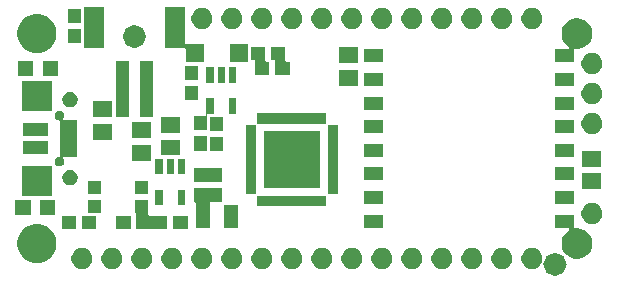
<source format=gts>
G04 #@! TF.GenerationSoftware,KiCad,Pcbnew,5.0.2-bee76a0~70~ubuntu18.04.1*
G04 #@! TF.CreationDate,2019-01-10T21:18:08-06:00*
G04 #@! TF.ProjectId,Adafruit Feather M0 RFMxx,41646166-7275-4697-9420-466561746865,rev?*
G04 #@! TF.SameCoordinates,Original*
G04 #@! TF.FileFunction,Soldermask,Top*
G04 #@! TF.FilePolarity,Negative*
%FSLAX46Y46*%
G04 Gerber Fmt 4.6, Leading zero omitted, Abs format (unit mm)*
G04 Created by KiCad (PCBNEW 5.0.2-bee76a0~70~ubuntu18.04.1) date Thu 10 Jan 2019 09:18:08 PM CST*
%MOMM*%
%LPD*%
G01*
G04 APERTURE LIST*
%ADD10C,0.500000*%
%ADD11C,0.100000*%
G04 APERTURE END LIST*
D10*
G04 #@! TO.C,U$34*
X133896100Y-95617600D02*
G75*
G03X133146100Y-96367600I0J-750000D01*
G01*
X133146100Y-96367600D02*
G75*
G03X133896100Y-97117600I750000J0D01*
G01*
X133896100Y-97117600D02*
G75*
G03X134646100Y-96367600I0J750000D01*
G01*
X134646100Y-96367600D02*
G75*
G03X133896100Y-95617600I-750000J0D01*
G01*
G04 #@! TO.C,U$35*
X169503300Y-114914600D02*
G75*
G03X168753300Y-115664600I0J-750000D01*
G01*
X168753300Y-115664600D02*
G75*
G03X169503300Y-116414600I750000J0D01*
G01*
X169503300Y-116414600D02*
G75*
G03X170253300Y-115664600I0J750000D01*
G01*
X170253300Y-115664600D02*
G75*
G03X169503300Y-114914600I-750000J0D01*
G01*
D11*
G04 #@! TO.C,X3*
G36*
X127596100Y-106053600D02*
X127596100Y-106553600D01*
X129046100Y-106553600D01*
X129046100Y-106053600D01*
X127596100Y-106053600D01*
G37*
G36*
X127596100Y-105403600D02*
X127596100Y-105903600D01*
X129046100Y-105903600D01*
X129046100Y-105403600D01*
X127596100Y-105403600D01*
G37*
G36*
X127596100Y-104753600D02*
X127596100Y-105253600D01*
X129046100Y-105253600D01*
X129046100Y-104753600D01*
X127596100Y-104753600D01*
G37*
G36*
X127596100Y-104103600D02*
X127596100Y-104603600D01*
X129046100Y-104603600D01*
X129046100Y-104103600D01*
X127596100Y-104103600D01*
G37*
G36*
X127596100Y-103453600D02*
X127596100Y-103953600D01*
X129046100Y-103953600D01*
X129046100Y-103453600D01*
X127596100Y-103453600D01*
G37*
G36*
X169610757Y-115124382D02*
X169714083Y-115155726D01*
X169809309Y-115206626D01*
X169892775Y-115275125D01*
X169961274Y-115358591D01*
X170012174Y-115453817D01*
X170043518Y-115557143D01*
X170054101Y-115664599D01*
X170054101Y-115664601D01*
X170043518Y-115772057D01*
X170012174Y-115875383D01*
X169961274Y-115970609D01*
X169892775Y-116054075D01*
X169809309Y-116122574D01*
X169714083Y-116173474D01*
X169610757Y-116204818D01*
X169503301Y-116215401D01*
X169503299Y-116215401D01*
X169395843Y-116204818D01*
X169292517Y-116173474D01*
X169197291Y-116122574D01*
X169113825Y-116054075D01*
X169045326Y-115970609D01*
X168994426Y-115875383D01*
X168963082Y-115772057D01*
X168952499Y-115664601D01*
X168952499Y-115664599D01*
X168963082Y-115557143D01*
X168994426Y-115453817D01*
X169045326Y-115358591D01*
X169113825Y-115275125D01*
X169197291Y-115206626D01*
X169292517Y-115155726D01*
X169395843Y-115124382D01*
X169503299Y-115113799D01*
X169503301Y-115113799D01*
X169610757Y-115124382D01*
X169610757Y-115124382D01*
G37*
G36*
X150030412Y-114308764D02*
X150192198Y-114375778D01*
X150337807Y-114473071D01*
X150461629Y-114596893D01*
X150558922Y-114742502D01*
X150625936Y-114904288D01*
X150660100Y-115076041D01*
X150660100Y-115251159D01*
X150625936Y-115422912D01*
X150558922Y-115584698D01*
X150461629Y-115730307D01*
X150337807Y-115854129D01*
X150192198Y-115951422D01*
X150030412Y-116018436D01*
X149858659Y-116052600D01*
X149683541Y-116052600D01*
X149511788Y-116018436D01*
X149350002Y-115951422D01*
X149204393Y-115854129D01*
X149080571Y-115730307D01*
X148983278Y-115584698D01*
X148916264Y-115422912D01*
X148882100Y-115251159D01*
X148882100Y-115076041D01*
X148916264Y-114904288D01*
X148983278Y-114742502D01*
X149080571Y-114596893D01*
X149204393Y-114473071D01*
X149350002Y-114375778D01*
X149511788Y-114308764D01*
X149683541Y-114274600D01*
X149858659Y-114274600D01*
X150030412Y-114308764D01*
X150030412Y-114308764D01*
G37*
G36*
X144950412Y-114308764D02*
X145112198Y-114375778D01*
X145257807Y-114473071D01*
X145381629Y-114596893D01*
X145478922Y-114742502D01*
X145545936Y-114904288D01*
X145580100Y-115076041D01*
X145580100Y-115251159D01*
X145545936Y-115422912D01*
X145478922Y-115584698D01*
X145381629Y-115730307D01*
X145257807Y-115854129D01*
X145112198Y-115951422D01*
X144950412Y-116018436D01*
X144778659Y-116052600D01*
X144603541Y-116052600D01*
X144431788Y-116018436D01*
X144270002Y-115951422D01*
X144124393Y-115854129D01*
X144000571Y-115730307D01*
X143903278Y-115584698D01*
X143836264Y-115422912D01*
X143802100Y-115251159D01*
X143802100Y-115076041D01*
X143836264Y-114904288D01*
X143903278Y-114742502D01*
X144000571Y-114596893D01*
X144124393Y-114473071D01*
X144270002Y-114375778D01*
X144431788Y-114308764D01*
X144603541Y-114274600D01*
X144778659Y-114274600D01*
X144950412Y-114308764D01*
X144950412Y-114308764D01*
G37*
G36*
X142410412Y-114308764D02*
X142572198Y-114375778D01*
X142717807Y-114473071D01*
X142841629Y-114596893D01*
X142938922Y-114742502D01*
X143005936Y-114904288D01*
X143040100Y-115076041D01*
X143040100Y-115251159D01*
X143005936Y-115422912D01*
X142938922Y-115584698D01*
X142841629Y-115730307D01*
X142717807Y-115854129D01*
X142572198Y-115951422D01*
X142410412Y-116018436D01*
X142238659Y-116052600D01*
X142063541Y-116052600D01*
X141891788Y-116018436D01*
X141730002Y-115951422D01*
X141584393Y-115854129D01*
X141460571Y-115730307D01*
X141363278Y-115584698D01*
X141296264Y-115422912D01*
X141262100Y-115251159D01*
X141262100Y-115076041D01*
X141296264Y-114904288D01*
X141363278Y-114742502D01*
X141460571Y-114596893D01*
X141584393Y-114473071D01*
X141730002Y-114375778D01*
X141891788Y-114308764D01*
X142063541Y-114274600D01*
X142238659Y-114274600D01*
X142410412Y-114308764D01*
X142410412Y-114308764D01*
G37*
G36*
X139870412Y-114308764D02*
X140032198Y-114375778D01*
X140177807Y-114473071D01*
X140301629Y-114596893D01*
X140398922Y-114742502D01*
X140465936Y-114904288D01*
X140500100Y-115076041D01*
X140500100Y-115251159D01*
X140465936Y-115422912D01*
X140398922Y-115584698D01*
X140301629Y-115730307D01*
X140177807Y-115854129D01*
X140032198Y-115951422D01*
X139870412Y-116018436D01*
X139698659Y-116052600D01*
X139523541Y-116052600D01*
X139351788Y-116018436D01*
X139190002Y-115951422D01*
X139044393Y-115854129D01*
X138920571Y-115730307D01*
X138823278Y-115584698D01*
X138756264Y-115422912D01*
X138722100Y-115251159D01*
X138722100Y-115076041D01*
X138756264Y-114904288D01*
X138823278Y-114742502D01*
X138920571Y-114596893D01*
X139044393Y-114473071D01*
X139190002Y-114375778D01*
X139351788Y-114308764D01*
X139523541Y-114274600D01*
X139698659Y-114274600D01*
X139870412Y-114308764D01*
X139870412Y-114308764D01*
G37*
G36*
X137330412Y-114308764D02*
X137492198Y-114375778D01*
X137637807Y-114473071D01*
X137761629Y-114596893D01*
X137858922Y-114742502D01*
X137925936Y-114904288D01*
X137960100Y-115076041D01*
X137960100Y-115251159D01*
X137925936Y-115422912D01*
X137858922Y-115584698D01*
X137761629Y-115730307D01*
X137637807Y-115854129D01*
X137492198Y-115951422D01*
X137330412Y-116018436D01*
X137158659Y-116052600D01*
X136983541Y-116052600D01*
X136811788Y-116018436D01*
X136650002Y-115951422D01*
X136504393Y-115854129D01*
X136380571Y-115730307D01*
X136283278Y-115584698D01*
X136216264Y-115422912D01*
X136182100Y-115251159D01*
X136182100Y-115076041D01*
X136216264Y-114904288D01*
X136283278Y-114742502D01*
X136380571Y-114596893D01*
X136504393Y-114473071D01*
X136650002Y-114375778D01*
X136811788Y-114308764D01*
X136983541Y-114274600D01*
X137158659Y-114274600D01*
X137330412Y-114308764D01*
X137330412Y-114308764D01*
G37*
G36*
X134790412Y-114308764D02*
X134952198Y-114375778D01*
X135097807Y-114473071D01*
X135221629Y-114596893D01*
X135318922Y-114742502D01*
X135385936Y-114904288D01*
X135420100Y-115076041D01*
X135420100Y-115251159D01*
X135385936Y-115422912D01*
X135318922Y-115584698D01*
X135221629Y-115730307D01*
X135097807Y-115854129D01*
X134952198Y-115951422D01*
X134790412Y-116018436D01*
X134618659Y-116052600D01*
X134443541Y-116052600D01*
X134271788Y-116018436D01*
X134110002Y-115951422D01*
X133964393Y-115854129D01*
X133840571Y-115730307D01*
X133743278Y-115584698D01*
X133676264Y-115422912D01*
X133642100Y-115251159D01*
X133642100Y-115076041D01*
X133676264Y-114904288D01*
X133743278Y-114742502D01*
X133840571Y-114596893D01*
X133964393Y-114473071D01*
X134110002Y-114375778D01*
X134271788Y-114308764D01*
X134443541Y-114274600D01*
X134618659Y-114274600D01*
X134790412Y-114308764D01*
X134790412Y-114308764D01*
G37*
G36*
X132250412Y-114308764D02*
X132412198Y-114375778D01*
X132557807Y-114473071D01*
X132681629Y-114596893D01*
X132778922Y-114742502D01*
X132845936Y-114904288D01*
X132880100Y-115076041D01*
X132880100Y-115251159D01*
X132845936Y-115422912D01*
X132778922Y-115584698D01*
X132681629Y-115730307D01*
X132557807Y-115854129D01*
X132412198Y-115951422D01*
X132250412Y-116018436D01*
X132078659Y-116052600D01*
X131903541Y-116052600D01*
X131731788Y-116018436D01*
X131570002Y-115951422D01*
X131424393Y-115854129D01*
X131300571Y-115730307D01*
X131203278Y-115584698D01*
X131136264Y-115422912D01*
X131102100Y-115251159D01*
X131102100Y-115076041D01*
X131136264Y-114904288D01*
X131203278Y-114742502D01*
X131300571Y-114596893D01*
X131424393Y-114473071D01*
X131570002Y-114375778D01*
X131731788Y-114308764D01*
X131903541Y-114274600D01*
X132078659Y-114274600D01*
X132250412Y-114308764D01*
X132250412Y-114308764D01*
G37*
G36*
X129710412Y-114308764D02*
X129872198Y-114375778D01*
X130017807Y-114473071D01*
X130141629Y-114596893D01*
X130238922Y-114742502D01*
X130305936Y-114904288D01*
X130340100Y-115076041D01*
X130340100Y-115251159D01*
X130305936Y-115422912D01*
X130238922Y-115584698D01*
X130141629Y-115730307D01*
X130017807Y-115854129D01*
X129872198Y-115951422D01*
X129710412Y-116018436D01*
X129538659Y-116052600D01*
X129363541Y-116052600D01*
X129191788Y-116018436D01*
X129030002Y-115951422D01*
X128884393Y-115854129D01*
X128760571Y-115730307D01*
X128663278Y-115584698D01*
X128596264Y-115422912D01*
X128562100Y-115251159D01*
X128562100Y-115076041D01*
X128596264Y-114904288D01*
X128663278Y-114742502D01*
X128760571Y-114596893D01*
X128884393Y-114473071D01*
X129030002Y-114375778D01*
X129191788Y-114308764D01*
X129363541Y-114274600D01*
X129538659Y-114274600D01*
X129710412Y-114308764D01*
X129710412Y-114308764D01*
G37*
G36*
X152570412Y-114308764D02*
X152732198Y-114375778D01*
X152877807Y-114473071D01*
X153001629Y-114596893D01*
X153098922Y-114742502D01*
X153165936Y-114904288D01*
X153200100Y-115076041D01*
X153200100Y-115251159D01*
X153165936Y-115422912D01*
X153098922Y-115584698D01*
X153001629Y-115730307D01*
X152877807Y-115854129D01*
X152732198Y-115951422D01*
X152570412Y-116018436D01*
X152398659Y-116052600D01*
X152223541Y-116052600D01*
X152051788Y-116018436D01*
X151890002Y-115951422D01*
X151744393Y-115854129D01*
X151620571Y-115730307D01*
X151523278Y-115584698D01*
X151456264Y-115422912D01*
X151422100Y-115251159D01*
X151422100Y-115076041D01*
X151456264Y-114904288D01*
X151523278Y-114742502D01*
X151620571Y-114596893D01*
X151744393Y-114473071D01*
X151890002Y-114375778D01*
X152051788Y-114308764D01*
X152223541Y-114274600D01*
X152398659Y-114274600D01*
X152570412Y-114308764D01*
X152570412Y-114308764D01*
G37*
G36*
X155110412Y-114308764D02*
X155272198Y-114375778D01*
X155417807Y-114473071D01*
X155541629Y-114596893D01*
X155638922Y-114742502D01*
X155705936Y-114904288D01*
X155740100Y-115076041D01*
X155740100Y-115251159D01*
X155705936Y-115422912D01*
X155638922Y-115584698D01*
X155541629Y-115730307D01*
X155417807Y-115854129D01*
X155272198Y-115951422D01*
X155110412Y-116018436D01*
X154938659Y-116052600D01*
X154763541Y-116052600D01*
X154591788Y-116018436D01*
X154430002Y-115951422D01*
X154284393Y-115854129D01*
X154160571Y-115730307D01*
X154063278Y-115584698D01*
X153996264Y-115422912D01*
X153962100Y-115251159D01*
X153962100Y-115076041D01*
X153996264Y-114904288D01*
X154063278Y-114742502D01*
X154160571Y-114596893D01*
X154284393Y-114473071D01*
X154430002Y-114375778D01*
X154591788Y-114308764D01*
X154763541Y-114274600D01*
X154938659Y-114274600D01*
X155110412Y-114308764D01*
X155110412Y-114308764D01*
G37*
G36*
X157650412Y-114308764D02*
X157812198Y-114375778D01*
X157957807Y-114473071D01*
X158081629Y-114596893D01*
X158178922Y-114742502D01*
X158245936Y-114904288D01*
X158280100Y-115076041D01*
X158280100Y-115251159D01*
X158245936Y-115422912D01*
X158178922Y-115584698D01*
X158081629Y-115730307D01*
X157957807Y-115854129D01*
X157812198Y-115951422D01*
X157650412Y-116018436D01*
X157478659Y-116052600D01*
X157303541Y-116052600D01*
X157131788Y-116018436D01*
X156970002Y-115951422D01*
X156824393Y-115854129D01*
X156700571Y-115730307D01*
X156603278Y-115584698D01*
X156536264Y-115422912D01*
X156502100Y-115251159D01*
X156502100Y-115076041D01*
X156536264Y-114904288D01*
X156603278Y-114742502D01*
X156700571Y-114596893D01*
X156824393Y-114473071D01*
X156970002Y-114375778D01*
X157131788Y-114308764D01*
X157303541Y-114274600D01*
X157478659Y-114274600D01*
X157650412Y-114308764D01*
X157650412Y-114308764D01*
G37*
G36*
X160190412Y-114308764D02*
X160352198Y-114375778D01*
X160497807Y-114473071D01*
X160621629Y-114596893D01*
X160718922Y-114742502D01*
X160785936Y-114904288D01*
X160820100Y-115076041D01*
X160820100Y-115251159D01*
X160785936Y-115422912D01*
X160718922Y-115584698D01*
X160621629Y-115730307D01*
X160497807Y-115854129D01*
X160352198Y-115951422D01*
X160190412Y-116018436D01*
X160018659Y-116052600D01*
X159843541Y-116052600D01*
X159671788Y-116018436D01*
X159510002Y-115951422D01*
X159364393Y-115854129D01*
X159240571Y-115730307D01*
X159143278Y-115584698D01*
X159076264Y-115422912D01*
X159042100Y-115251159D01*
X159042100Y-115076041D01*
X159076264Y-114904288D01*
X159143278Y-114742502D01*
X159240571Y-114596893D01*
X159364393Y-114473071D01*
X159510002Y-114375778D01*
X159671788Y-114308764D01*
X159843541Y-114274600D01*
X160018659Y-114274600D01*
X160190412Y-114308764D01*
X160190412Y-114308764D01*
G37*
G36*
X162730412Y-114308764D02*
X162892198Y-114375778D01*
X163037807Y-114473071D01*
X163161629Y-114596893D01*
X163258922Y-114742502D01*
X163325936Y-114904288D01*
X163360100Y-115076041D01*
X163360100Y-115251159D01*
X163325936Y-115422912D01*
X163258922Y-115584698D01*
X163161629Y-115730307D01*
X163037807Y-115854129D01*
X162892198Y-115951422D01*
X162730412Y-116018436D01*
X162558659Y-116052600D01*
X162383541Y-116052600D01*
X162211788Y-116018436D01*
X162050002Y-115951422D01*
X161904393Y-115854129D01*
X161780571Y-115730307D01*
X161683278Y-115584698D01*
X161616264Y-115422912D01*
X161582100Y-115251159D01*
X161582100Y-115076041D01*
X161616264Y-114904288D01*
X161683278Y-114742502D01*
X161780571Y-114596893D01*
X161904393Y-114473071D01*
X162050002Y-114375778D01*
X162211788Y-114308764D01*
X162383541Y-114274600D01*
X162558659Y-114274600D01*
X162730412Y-114308764D01*
X162730412Y-114308764D01*
G37*
G36*
X165270412Y-114308764D02*
X165432198Y-114375778D01*
X165577807Y-114473071D01*
X165701629Y-114596893D01*
X165798922Y-114742502D01*
X165865936Y-114904288D01*
X165900100Y-115076041D01*
X165900100Y-115251159D01*
X165865936Y-115422912D01*
X165798922Y-115584698D01*
X165701629Y-115730307D01*
X165577807Y-115854129D01*
X165432198Y-115951422D01*
X165270412Y-116018436D01*
X165098659Y-116052600D01*
X164923541Y-116052600D01*
X164751788Y-116018436D01*
X164590002Y-115951422D01*
X164444393Y-115854129D01*
X164320571Y-115730307D01*
X164223278Y-115584698D01*
X164156264Y-115422912D01*
X164122100Y-115251159D01*
X164122100Y-115076041D01*
X164156264Y-114904288D01*
X164223278Y-114742502D01*
X164320571Y-114596893D01*
X164444393Y-114473071D01*
X164590002Y-114375778D01*
X164751788Y-114308764D01*
X164923541Y-114274600D01*
X165098659Y-114274600D01*
X165270412Y-114308764D01*
X165270412Y-114308764D01*
G37*
G36*
X167810412Y-114308764D02*
X167972198Y-114375778D01*
X168117807Y-114473071D01*
X168241629Y-114596893D01*
X168338922Y-114742502D01*
X168405936Y-114904288D01*
X168440100Y-115076041D01*
X168440100Y-115251159D01*
X168405936Y-115422912D01*
X168338922Y-115584698D01*
X168241629Y-115730307D01*
X168117807Y-115854129D01*
X167972198Y-115951422D01*
X167810412Y-116018436D01*
X167638659Y-116052600D01*
X167463541Y-116052600D01*
X167291788Y-116018436D01*
X167130002Y-115951422D01*
X166984393Y-115854129D01*
X166860571Y-115730307D01*
X166763278Y-115584698D01*
X166696264Y-115422912D01*
X166662100Y-115251159D01*
X166662100Y-115076041D01*
X166696264Y-114904288D01*
X166763278Y-114742502D01*
X166860571Y-114596893D01*
X166984393Y-114473071D01*
X167130002Y-114375778D01*
X167291788Y-114308764D01*
X167463541Y-114274600D01*
X167638659Y-114274600D01*
X167810412Y-114308764D01*
X167810412Y-114308764D01*
G37*
G36*
X147490412Y-114308764D02*
X147652198Y-114375778D01*
X147797807Y-114473071D01*
X147921629Y-114596893D01*
X148018922Y-114742502D01*
X148085936Y-114904288D01*
X148120100Y-115076041D01*
X148120100Y-115251159D01*
X148085936Y-115422912D01*
X148018922Y-115584698D01*
X147921629Y-115730307D01*
X147797807Y-115854129D01*
X147652198Y-115951422D01*
X147490412Y-116018436D01*
X147318659Y-116052600D01*
X147143541Y-116052600D01*
X146971788Y-116018436D01*
X146810002Y-115951422D01*
X146664393Y-115854129D01*
X146540571Y-115730307D01*
X146443278Y-115584698D01*
X146376264Y-115422912D01*
X146342100Y-115251159D01*
X146342100Y-115076041D01*
X146376264Y-114904288D01*
X146443278Y-114742502D01*
X146540571Y-114596893D01*
X146664393Y-114473071D01*
X146810002Y-114375778D01*
X146971788Y-114308764D01*
X147143541Y-114274600D01*
X147318659Y-114274600D01*
X147490412Y-114308764D01*
X147490412Y-114308764D01*
G37*
G36*
X125883423Y-112258660D02*
X126122621Y-112306239D01*
X126423047Y-112430680D01*
X126693424Y-112611340D01*
X126923360Y-112841276D01*
X127104020Y-113111653D01*
X127228461Y-113412079D01*
X127291900Y-113731010D01*
X127291900Y-114056190D01*
X127228461Y-114375121D01*
X127104020Y-114675547D01*
X126923360Y-114945924D01*
X126693424Y-115175860D01*
X126423047Y-115356520D01*
X126122621Y-115480961D01*
X125883423Y-115528540D01*
X125803691Y-115544400D01*
X125478509Y-115544400D01*
X125398777Y-115528540D01*
X125159579Y-115480961D01*
X124859153Y-115356520D01*
X124588776Y-115175860D01*
X124358840Y-114945924D01*
X124178180Y-114675547D01*
X124053739Y-114375121D01*
X123990300Y-114056190D01*
X123990300Y-113731010D01*
X124053739Y-113412079D01*
X124178180Y-113111653D01*
X124358840Y-112841276D01*
X124588776Y-112611340D01*
X124859153Y-112430680D01*
X125159579Y-112306239D01*
X125398777Y-112258660D01*
X125478509Y-112242800D01*
X125803691Y-112242800D01*
X125883423Y-112258660D01*
X125883423Y-112258660D01*
G37*
G36*
X171117900Y-112467800D02*
X171120302Y-112492186D01*
X171127415Y-112515635D01*
X171138966Y-112537246D01*
X171154512Y-112556188D01*
X171173454Y-112571734D01*
X171195065Y-112583285D01*
X171218514Y-112590398D01*
X171242900Y-112592800D01*
X171489219Y-112592800D01*
X171740529Y-112642789D01*
X171977259Y-112740845D01*
X172190315Y-112883205D01*
X172371495Y-113064385D01*
X172513855Y-113277441D01*
X172611911Y-113514171D01*
X172661900Y-113765481D01*
X172661900Y-114021719D01*
X172611911Y-114273029D01*
X172513855Y-114509759D01*
X172371495Y-114722815D01*
X172190315Y-114903995D01*
X171977259Y-115046355D01*
X171740529Y-115144411D01*
X171489219Y-115194400D01*
X171232981Y-115194400D01*
X170981671Y-115144411D01*
X170744941Y-115046355D01*
X170531885Y-114903995D01*
X170350705Y-114722815D01*
X170208345Y-114509759D01*
X170110289Y-114273029D01*
X170060300Y-114021719D01*
X170060300Y-113765481D01*
X170110289Y-113514171D01*
X170208345Y-113277441D01*
X170350705Y-113064385D01*
X170531885Y-112883205D01*
X170681352Y-112783334D01*
X170700294Y-112767788D01*
X170715840Y-112748846D01*
X170727391Y-112727235D01*
X170734504Y-112703786D01*
X170736906Y-112679400D01*
X170734504Y-112655014D01*
X170727391Y-112631564D01*
X170715840Y-112609954D01*
X170700294Y-112591012D01*
X170681352Y-112575466D01*
X170659741Y-112563915D01*
X170636292Y-112556802D01*
X170611906Y-112554400D01*
X169516300Y-112554400D01*
X169516300Y-111452800D01*
X171117900Y-111452800D01*
X171117900Y-112467800D01*
X171117900Y-112467800D01*
G37*
G36*
X128947900Y-112666400D02*
X127746300Y-112666400D01*
X127746300Y-111564800D01*
X128947900Y-111564800D01*
X128947900Y-112666400D01*
X128947900Y-112666400D01*
G37*
G36*
X138394900Y-112666400D02*
X137193300Y-112666400D01*
X137193300Y-111564800D01*
X138394900Y-111564800D01*
X138394900Y-112666400D01*
X138394900Y-112666400D01*
G37*
G36*
X130647900Y-112666400D02*
X129446300Y-112666400D01*
X129446300Y-111564800D01*
X130647900Y-111564800D01*
X130647900Y-112666400D01*
X130647900Y-112666400D01*
G37*
G36*
X135049900Y-111413207D02*
X135052302Y-111437593D01*
X135059415Y-111461042D01*
X135070966Y-111482653D01*
X135086512Y-111501595D01*
X135105454Y-111517141D01*
X135127065Y-111528692D01*
X135150514Y-111535805D01*
X135174900Y-111538207D01*
X135319520Y-111538207D01*
X135326254Y-111543734D01*
X135347865Y-111555285D01*
X135371314Y-111562398D01*
X135395700Y-111564800D01*
X136694900Y-111564800D01*
X136694900Y-112666400D01*
X135444480Y-112666400D01*
X135437746Y-112660873D01*
X135416135Y-112649322D01*
X135392686Y-112642209D01*
X135368300Y-112639807D01*
X134069100Y-112639807D01*
X134069100Y-111432400D01*
X134066698Y-111408014D01*
X134059585Y-111384565D01*
X134048034Y-111362954D01*
X134032488Y-111344012D01*
X134013546Y-111328466D01*
X133991935Y-111316915D01*
X133968486Y-111309802D01*
X133948300Y-111307814D01*
X133948300Y-110205800D01*
X135049900Y-110205800D01*
X135049900Y-111413207D01*
X135049900Y-111413207D01*
G37*
G36*
X133570700Y-112639807D02*
X132369100Y-112639807D01*
X132369100Y-111538207D01*
X133570700Y-111538207D01*
X133570700Y-112639807D01*
X133570700Y-112639807D01*
G37*
G36*
X142681900Y-112608400D02*
X141480300Y-112608400D01*
X141480300Y-110606800D01*
X142681900Y-110606800D01*
X142681900Y-112608400D01*
X142681900Y-112608400D01*
G37*
G36*
X141304900Y-110391400D02*
X140406900Y-110391400D01*
X140382514Y-110393802D01*
X140359065Y-110400915D01*
X140337454Y-110412466D01*
X140318512Y-110428012D01*
X140302966Y-110446954D01*
X140291415Y-110468565D01*
X140284302Y-110492014D01*
X140281900Y-110516400D01*
X140281900Y-112608400D01*
X139080300Y-112608400D01*
X139080300Y-110516400D01*
X139077898Y-110492014D01*
X139070785Y-110468565D01*
X139059234Y-110446954D01*
X139043688Y-110428012D01*
X139024746Y-110412466D01*
X139003135Y-110400915D01*
X138979686Y-110393802D01*
X138955300Y-110391400D01*
X138933300Y-110391400D01*
X138933300Y-109189800D01*
X141304900Y-109189800D01*
X141304900Y-110391400D01*
X141304900Y-110391400D01*
G37*
G36*
X154917900Y-112554400D02*
X153316300Y-112554400D01*
X153316300Y-111452800D01*
X154917900Y-111452800D01*
X154917900Y-112554400D01*
X154917900Y-112554400D01*
G37*
G36*
X172890412Y-110498764D02*
X173052198Y-110565778D01*
X173197807Y-110663071D01*
X173321629Y-110786893D01*
X173418922Y-110932502D01*
X173485936Y-111094288D01*
X173520100Y-111266041D01*
X173520100Y-111441159D01*
X173485936Y-111612912D01*
X173418922Y-111774698D01*
X173321629Y-111920307D01*
X173197807Y-112044129D01*
X173052198Y-112141422D01*
X172890412Y-112208436D01*
X172718659Y-112242600D01*
X172543541Y-112242600D01*
X172371788Y-112208436D01*
X172210002Y-112141422D01*
X172064393Y-112044129D01*
X171940571Y-111920307D01*
X171843278Y-111774698D01*
X171776264Y-111612912D01*
X171742100Y-111441159D01*
X171742100Y-111266041D01*
X171776264Y-111094288D01*
X171843278Y-110932502D01*
X171940571Y-110786893D01*
X172064393Y-110663071D01*
X172210002Y-110565778D01*
X172371788Y-110498764D01*
X172543541Y-110464600D01*
X172718659Y-110464600D01*
X172890412Y-110498764D01*
X172890412Y-110498764D01*
G37*
G36*
X125114900Y-111496400D02*
X123813300Y-111496400D01*
X123813300Y-110194800D01*
X125114900Y-110194800D01*
X125114900Y-111496400D01*
X125114900Y-111496400D01*
G37*
G36*
X127214900Y-111496400D02*
X125913300Y-111496400D01*
X125913300Y-110194800D01*
X127214900Y-110194800D01*
X127214900Y-111496400D01*
X127214900Y-111496400D01*
G37*
G36*
X131049900Y-111307400D02*
X129948300Y-111307400D01*
X129948300Y-110205800D01*
X131049900Y-110205800D01*
X131049900Y-111307400D01*
X131049900Y-111307400D01*
G37*
G36*
X150156900Y-109832400D02*
X150156900Y-110682400D01*
X144305300Y-110682400D01*
X144305300Y-109832400D01*
X144305125Y-109830625D01*
X144306900Y-109830800D01*
X150155300Y-109830800D01*
X150157075Y-109830625D01*
X150156900Y-109832400D01*
X150156900Y-109832400D01*
G37*
G36*
X138219900Y-110637500D02*
X137568300Y-110637500D01*
X137568300Y-109335900D01*
X138219900Y-109335900D01*
X138219900Y-110637500D01*
X138219900Y-110637500D01*
G37*
G36*
X136319900Y-110637500D02*
X135668300Y-110637500D01*
X135668300Y-109335900D01*
X136319900Y-109335900D01*
X136319900Y-110637500D01*
X136319900Y-110637500D01*
G37*
G36*
X154917900Y-110554400D02*
X153316300Y-110554400D01*
X153316300Y-109452800D01*
X154917900Y-109452800D01*
X154917900Y-110554400D01*
X154917900Y-110554400D01*
G37*
G36*
X171117900Y-110554400D02*
X169516300Y-110554400D01*
X169516300Y-109452800D01*
X171117900Y-109452800D01*
X171117900Y-110554400D01*
X171117900Y-110554400D01*
G37*
G36*
X126946900Y-109904400D02*
X124345300Y-109904400D01*
X124345300Y-107302800D01*
X126946900Y-107302800D01*
X126946900Y-109904400D01*
X126946900Y-109904400D01*
G37*
G36*
X150281900Y-103855800D02*
X151131900Y-103855800D01*
X151131900Y-109707400D01*
X150281900Y-109707400D01*
X150280125Y-109707575D01*
X150280300Y-109705800D01*
X150280300Y-103857400D01*
X150280125Y-103855625D01*
X150281900Y-103855800D01*
X150281900Y-103855800D01*
G37*
G36*
X144181900Y-103857400D02*
X144181900Y-109705800D01*
X144182075Y-109707575D01*
X144180300Y-109707400D01*
X143330300Y-109707400D01*
X143330300Y-103855800D01*
X144180300Y-103855800D01*
X144182075Y-103855625D01*
X144181900Y-103857400D01*
X144181900Y-103857400D01*
G37*
G36*
X131049900Y-109707400D02*
X129948300Y-109707400D01*
X129948300Y-108605800D01*
X131049900Y-108605800D01*
X131049900Y-109707400D01*
X131049900Y-109707400D01*
G37*
G36*
X135049900Y-109707400D02*
X133948300Y-109707400D01*
X133948300Y-108605800D01*
X135049900Y-108605800D01*
X135049900Y-109707400D01*
X135049900Y-109707400D01*
G37*
G36*
X173431900Y-109291400D02*
X171830300Y-109291400D01*
X171830300Y-107949800D01*
X173431900Y-107949800D01*
X173431900Y-109291400D01*
X173431900Y-109291400D01*
G37*
G36*
X149631900Y-109182400D02*
X144830300Y-109182400D01*
X144830300Y-104380800D01*
X149631900Y-104380800D01*
X149631900Y-109182400D01*
X149631900Y-109182400D01*
G37*
G36*
X128635929Y-107677809D02*
X128635932Y-107677810D01*
X128635931Y-107677810D01*
X128754369Y-107726868D01*
X128754370Y-107726869D01*
X128860964Y-107798093D01*
X128951607Y-107888736D01*
X128951609Y-107888739D01*
X129022832Y-107995331D01*
X129040216Y-108037300D01*
X129071891Y-108113771D01*
X129096900Y-108239500D01*
X129096900Y-108367700D01*
X129071891Y-108493429D01*
X129071890Y-108493431D01*
X129022832Y-108611869D01*
X129022831Y-108611870D01*
X128951607Y-108718464D01*
X128860964Y-108809107D01*
X128860961Y-108809109D01*
X128754369Y-108880332D01*
X128662762Y-108918276D01*
X128635929Y-108929391D01*
X128510200Y-108954400D01*
X128382000Y-108954400D01*
X128256271Y-108929391D01*
X128229438Y-108918276D01*
X128137831Y-108880332D01*
X128031239Y-108809109D01*
X128031236Y-108809107D01*
X127940593Y-108718464D01*
X127869369Y-108611870D01*
X127869368Y-108611869D01*
X127820310Y-108493431D01*
X127820309Y-108493429D01*
X127795300Y-108367700D01*
X127795300Y-108239500D01*
X127820309Y-108113771D01*
X127851984Y-108037300D01*
X127869368Y-107995331D01*
X127940591Y-107888739D01*
X127940593Y-107888736D01*
X128031236Y-107798093D01*
X128137830Y-107726869D01*
X128137831Y-107726868D01*
X128256269Y-107677810D01*
X128256268Y-107677810D01*
X128256271Y-107677809D01*
X128382000Y-107652800D01*
X128510200Y-107652800D01*
X128635929Y-107677809D01*
X128635929Y-107677809D01*
G37*
G36*
X141304900Y-108691400D02*
X138933300Y-108691400D01*
X138933300Y-107489800D01*
X141304900Y-107489800D01*
X141304900Y-108691400D01*
X141304900Y-108691400D01*
G37*
G36*
X154917900Y-108554400D02*
X153316300Y-108554400D01*
X153316300Y-107452800D01*
X154917900Y-107452800D01*
X154917900Y-108554400D01*
X154917900Y-108554400D01*
G37*
G36*
X171117900Y-108554400D02*
X169516300Y-108554400D01*
X169516300Y-107452800D01*
X171117900Y-107452800D01*
X171117900Y-108554400D01*
X171117900Y-108554400D01*
G37*
G36*
X138219900Y-108037300D02*
X137568300Y-108037300D01*
X137568300Y-106735700D01*
X138219900Y-106735700D01*
X138219900Y-108037300D01*
X138219900Y-108037300D01*
G37*
G36*
X136319900Y-108037300D02*
X135668300Y-108037300D01*
X135668300Y-106735700D01*
X136319900Y-106735700D01*
X136319900Y-108037300D01*
X136319900Y-108037300D01*
G37*
G36*
X137269900Y-108037300D02*
X136618300Y-108037300D01*
X136618300Y-106735700D01*
X137269900Y-106735700D01*
X137269900Y-108037300D01*
X137269900Y-108037300D01*
G37*
G36*
X173431900Y-107391400D02*
X171830300Y-107391400D01*
X171830300Y-106049800D01*
X173431900Y-106049800D01*
X173431900Y-107391400D01*
X173431900Y-107391400D01*
G37*
G36*
X127611419Y-102657737D02*
X127663067Y-102668010D01*
X127736045Y-102698239D01*
X127801725Y-102742125D01*
X127857575Y-102797975D01*
X127857577Y-102797978D01*
X127901461Y-102863655D01*
X127931690Y-102936633D01*
X127941963Y-102988281D01*
X127947100Y-103014104D01*
X127947100Y-103093096D01*
X127943482Y-103111285D01*
X127931690Y-103170567D01*
X127901461Y-103243545D01*
X127891566Y-103258354D01*
X127880015Y-103279965D01*
X127872902Y-103303414D01*
X127870500Y-103327801D01*
X127872902Y-103352187D01*
X127880015Y-103375636D01*
X127891567Y-103397247D01*
X127907112Y-103416189D01*
X127926054Y-103431734D01*
X127947665Y-103443285D01*
X127971114Y-103450398D01*
X127995500Y-103452800D01*
X129046900Y-103452800D01*
X129046900Y-106554400D01*
X127995500Y-106554400D01*
X127971114Y-106556802D01*
X127947665Y-106563915D01*
X127926054Y-106575466D01*
X127907112Y-106591012D01*
X127891566Y-106609954D01*
X127880015Y-106631565D01*
X127872902Y-106655014D01*
X127870500Y-106679400D01*
X127872902Y-106703786D01*
X127880015Y-106727235D01*
X127891566Y-106748846D01*
X127901461Y-106763655D01*
X127931690Y-106836633D01*
X127947100Y-106914105D01*
X127947100Y-106993095D01*
X127931690Y-107070567D01*
X127905903Y-107132822D01*
X127901461Y-107143545D01*
X127857575Y-107209225D01*
X127801725Y-107265075D01*
X127801722Y-107265077D01*
X127736045Y-107308961D01*
X127663067Y-107339190D01*
X127611419Y-107349463D01*
X127585596Y-107354600D01*
X127506604Y-107354600D01*
X127480781Y-107349463D01*
X127429133Y-107339190D01*
X127356155Y-107308961D01*
X127290478Y-107265077D01*
X127290475Y-107265075D01*
X127234625Y-107209225D01*
X127190737Y-107143542D01*
X127187384Y-107135447D01*
X127185981Y-107132822D01*
X127185115Y-107129969D01*
X127160510Y-107070567D01*
X127145100Y-106993095D01*
X127145100Y-106914105D01*
X127160510Y-106836633D01*
X127190739Y-106763655D01*
X127234623Y-106697978D01*
X127234625Y-106697975D01*
X127290475Y-106642125D01*
X127356155Y-106598239D01*
X127373602Y-106591012D01*
X127429133Y-106568010D01*
X127494688Y-106554970D01*
X127518135Y-106547858D01*
X127539746Y-106536307D01*
X127558688Y-106520762D01*
X127574233Y-106501820D01*
X127585785Y-106480209D01*
X127592898Y-106456760D01*
X127595300Y-106432373D01*
X127595300Y-103574827D01*
X127592898Y-103550441D01*
X127585785Y-103526992D01*
X127574234Y-103505381D01*
X127558688Y-103486439D01*
X127539746Y-103470893D01*
X127518135Y-103459342D01*
X127494688Y-103452230D01*
X127429133Y-103439190D01*
X127356155Y-103408961D01*
X127290478Y-103365077D01*
X127290475Y-103365075D01*
X127234625Y-103309225D01*
X127190739Y-103243545D01*
X127160510Y-103170567D01*
X127148718Y-103111285D01*
X127145100Y-103093096D01*
X127145100Y-103014104D01*
X127150237Y-102988281D01*
X127160510Y-102936633D01*
X127185115Y-102877231D01*
X127185981Y-102874378D01*
X127187384Y-102871753D01*
X127190737Y-102863658D01*
X127234625Y-102797975D01*
X127290475Y-102742125D01*
X127356155Y-102698239D01*
X127429133Y-102668010D01*
X127480781Y-102657737D01*
X127506604Y-102652600D01*
X127585596Y-102652600D01*
X127611419Y-102657737D01*
X127611419Y-102657737D01*
G37*
G36*
X135331900Y-106878400D02*
X133730300Y-106878400D01*
X133730300Y-105536800D01*
X135331900Y-105536800D01*
X135331900Y-106878400D01*
X135331900Y-106878400D01*
G37*
G36*
X154917900Y-106554400D02*
X153316300Y-106554400D01*
X153316300Y-105452800D01*
X154917900Y-105452800D01*
X154917900Y-106554400D01*
X154917900Y-106554400D01*
G37*
G36*
X171117900Y-106554400D02*
X169516300Y-106554400D01*
X169516300Y-105452800D01*
X171117900Y-105452800D01*
X171117900Y-106554400D01*
X171117900Y-106554400D01*
G37*
G36*
X137759900Y-106430400D02*
X136158300Y-106430400D01*
X136158300Y-105088800D01*
X137759900Y-105088800D01*
X137759900Y-106430400D01*
X137759900Y-106430400D01*
G37*
G36*
X126596900Y-106304400D02*
X124495300Y-106304400D01*
X124495300Y-105202800D01*
X126596900Y-105202800D01*
X126596900Y-106304400D01*
X126596900Y-106304400D01*
G37*
G36*
X141431900Y-106073400D02*
X140330300Y-106073400D01*
X140330300Y-104871800D01*
X141431900Y-104871800D01*
X141431900Y-106073400D01*
X141431900Y-106073400D01*
G37*
G36*
X140051900Y-106022400D02*
X138950300Y-106022400D01*
X138950300Y-104820800D01*
X140051900Y-104820800D01*
X140051900Y-106022400D01*
X140051900Y-106022400D01*
G37*
G36*
X131989900Y-105095400D02*
X130388300Y-105095400D01*
X130388300Y-103753800D01*
X131989900Y-103753800D01*
X131989900Y-105095400D01*
X131989900Y-105095400D01*
G37*
G36*
X135331900Y-104978400D02*
X133730300Y-104978400D01*
X133730300Y-103636800D01*
X135331900Y-103636800D01*
X135331900Y-104978400D01*
X135331900Y-104978400D01*
G37*
G36*
X126596900Y-104804400D02*
X124495300Y-104804400D01*
X124495300Y-103702800D01*
X126596900Y-103702800D01*
X126596900Y-104804400D01*
X126596900Y-104804400D01*
G37*
G36*
X172890412Y-102878764D02*
X173052198Y-102945778D01*
X173197807Y-103043071D01*
X173321629Y-103166893D01*
X173418922Y-103312502D01*
X173485936Y-103474288D01*
X173520100Y-103646041D01*
X173520100Y-103821159D01*
X173485936Y-103992912D01*
X173418922Y-104154698D01*
X173321629Y-104300307D01*
X173197807Y-104424129D01*
X173052198Y-104521422D01*
X172890412Y-104588436D01*
X172718659Y-104622600D01*
X172543541Y-104622600D01*
X172371788Y-104588436D01*
X172210002Y-104521422D01*
X172064393Y-104424129D01*
X171940571Y-104300307D01*
X171843278Y-104154698D01*
X171776264Y-103992912D01*
X171742100Y-103821159D01*
X171742100Y-103646041D01*
X171776264Y-103474288D01*
X171843278Y-103312502D01*
X171940571Y-103166893D01*
X172064393Y-103043071D01*
X172210002Y-102945778D01*
X172371788Y-102878764D01*
X172543541Y-102844600D01*
X172718659Y-102844600D01*
X172890412Y-102878764D01*
X172890412Y-102878764D01*
G37*
G36*
X171117900Y-104554400D02*
X169516300Y-104554400D01*
X169516300Y-103452800D01*
X171117900Y-103452800D01*
X171117900Y-104554400D01*
X171117900Y-104554400D01*
G37*
G36*
X154917900Y-104554400D02*
X153316300Y-104554400D01*
X153316300Y-103452800D01*
X154917900Y-103452800D01*
X154917900Y-104554400D01*
X154917900Y-104554400D01*
G37*
G36*
X137759900Y-104530400D02*
X136158300Y-104530400D01*
X136158300Y-103188800D01*
X137759900Y-103188800D01*
X137759900Y-104530400D01*
X137759900Y-104530400D01*
G37*
G36*
X141431900Y-104373400D02*
X140330300Y-104373400D01*
X140330300Y-103171800D01*
X141431900Y-103171800D01*
X141431900Y-104373400D01*
X141431900Y-104373400D01*
G37*
G36*
X140637900Y-102890500D02*
X140176900Y-102890500D01*
X140152514Y-102892902D01*
X140129065Y-102900015D01*
X140107454Y-102911566D01*
X140088512Y-102927112D01*
X140072966Y-102946054D01*
X140061415Y-102967665D01*
X140054302Y-102991114D01*
X140051900Y-103015500D01*
X140051900Y-104322400D01*
X138950300Y-104322400D01*
X138950300Y-103120800D01*
X139861300Y-103120800D01*
X139885686Y-103118398D01*
X139909135Y-103111285D01*
X139930746Y-103099734D01*
X139949688Y-103084188D01*
X139965234Y-103065246D01*
X139976785Y-103043635D01*
X139983898Y-103020186D01*
X139986300Y-102995800D01*
X139986300Y-101588900D01*
X140637900Y-101588900D01*
X140637900Y-102890500D01*
X140637900Y-102890500D01*
G37*
G36*
X150156900Y-103730800D02*
X150157075Y-103732575D01*
X150155300Y-103732400D01*
X144306900Y-103732400D01*
X144305125Y-103732575D01*
X144305300Y-103730800D01*
X144305300Y-102880800D01*
X150156900Y-102880800D01*
X150156900Y-103730800D01*
X150156900Y-103730800D01*
G37*
G36*
X131989900Y-103195400D02*
X130388300Y-103195400D01*
X130388300Y-101853800D01*
X131989900Y-101853800D01*
X131989900Y-103195400D01*
X131989900Y-103195400D01*
G37*
G36*
X133446900Y-103180400D02*
X132345300Y-103180400D01*
X132345300Y-98478800D01*
X133446900Y-98478800D01*
X133446900Y-103180400D01*
X133446900Y-103180400D01*
G37*
G36*
X135446900Y-103180400D02*
X134345300Y-103180400D01*
X134345300Y-98478800D01*
X135446900Y-98478800D01*
X135446900Y-103180400D01*
X135446900Y-103180400D01*
G37*
G36*
X142537900Y-102890500D02*
X141886300Y-102890500D01*
X141886300Y-101588900D01*
X142537900Y-101588900D01*
X142537900Y-102890500D01*
X142537900Y-102890500D01*
G37*
G36*
X126946900Y-102704400D02*
X124345300Y-102704400D01*
X124345300Y-100102800D01*
X126946900Y-100102800D01*
X126946900Y-102704400D01*
X126946900Y-102704400D01*
G37*
G36*
X171117900Y-102554400D02*
X169516300Y-102554400D01*
X169516300Y-101452800D01*
X171117900Y-101452800D01*
X171117900Y-102554400D01*
X171117900Y-102554400D01*
G37*
G36*
X154917900Y-102554400D02*
X153316300Y-102554400D01*
X153316300Y-101452800D01*
X154917900Y-101452800D01*
X154917900Y-102554400D01*
X154917900Y-102554400D01*
G37*
G36*
X128635929Y-101077809D02*
X128635932Y-101077810D01*
X128635931Y-101077810D01*
X128754369Y-101126868D01*
X128754370Y-101126869D01*
X128860964Y-101198093D01*
X128951607Y-101288736D01*
X128951609Y-101288739D01*
X129022832Y-101395331D01*
X129060776Y-101486938D01*
X129071891Y-101513771D01*
X129096900Y-101639500D01*
X129096900Y-101767700D01*
X129071891Y-101893429D01*
X129071890Y-101893431D01*
X129022832Y-102011869D01*
X128975571Y-102082600D01*
X128951607Y-102118464D01*
X128860964Y-102209107D01*
X128860961Y-102209109D01*
X128754369Y-102280332D01*
X128662762Y-102318276D01*
X128635929Y-102329391D01*
X128510200Y-102354400D01*
X128382000Y-102354400D01*
X128256271Y-102329391D01*
X128229438Y-102318276D01*
X128137831Y-102280332D01*
X128031239Y-102209109D01*
X128031236Y-102209107D01*
X127940593Y-102118464D01*
X127916629Y-102082600D01*
X127869368Y-102011869D01*
X127820310Y-101893431D01*
X127820309Y-101893429D01*
X127795300Y-101767700D01*
X127795300Y-101639500D01*
X127820309Y-101513771D01*
X127831424Y-101486938D01*
X127869368Y-101395331D01*
X127940591Y-101288739D01*
X127940593Y-101288736D01*
X128031236Y-101198093D01*
X128137830Y-101126869D01*
X128137831Y-101126868D01*
X128256269Y-101077810D01*
X128256268Y-101077810D01*
X128256271Y-101077809D01*
X128382000Y-101052800D01*
X128510200Y-101052800D01*
X128635929Y-101077809D01*
X128635929Y-101077809D01*
G37*
G36*
X172890412Y-100338764D02*
X173052198Y-100405778D01*
X173197807Y-100503071D01*
X173321629Y-100626893D01*
X173418922Y-100772502D01*
X173485936Y-100934288D01*
X173520100Y-101106041D01*
X173520100Y-101281159D01*
X173485936Y-101452912D01*
X173418922Y-101614698D01*
X173321629Y-101760307D01*
X173197807Y-101884129D01*
X173052198Y-101981422D01*
X172890412Y-102048436D01*
X172718659Y-102082600D01*
X172543541Y-102082600D01*
X172371788Y-102048436D01*
X172210002Y-101981422D01*
X172064393Y-101884129D01*
X171940571Y-101760307D01*
X171843278Y-101614698D01*
X171776264Y-101452912D01*
X171742100Y-101281159D01*
X171742100Y-101106041D01*
X171776264Y-100934288D01*
X171843278Y-100772502D01*
X171940571Y-100626893D01*
X172064393Y-100503071D01*
X172210002Y-100405778D01*
X172371788Y-100338764D01*
X172543541Y-100304600D01*
X172718659Y-100304600D01*
X172890412Y-100338764D01*
X172890412Y-100338764D01*
G37*
G36*
X139272900Y-101755400D02*
X138171300Y-101755400D01*
X138171300Y-100553800D01*
X139272900Y-100553800D01*
X139272900Y-101755400D01*
X139272900Y-101755400D01*
G37*
G36*
X154917900Y-100554400D02*
X153316300Y-100554400D01*
X153316300Y-99452800D01*
X154917900Y-99452800D01*
X154917900Y-100554400D01*
X154917900Y-100554400D01*
G37*
G36*
X171117900Y-100554400D02*
X169516300Y-100554400D01*
X169516300Y-99452800D01*
X171117900Y-99452800D01*
X171117900Y-100554400D01*
X171117900Y-100554400D01*
G37*
G36*
X152857900Y-100528400D02*
X151256300Y-100528400D01*
X151256300Y-99186800D01*
X152857900Y-99186800D01*
X152857900Y-100528400D01*
X152857900Y-100528400D01*
G37*
G36*
X142537900Y-100290300D02*
X141886300Y-100290300D01*
X141886300Y-98988700D01*
X142537900Y-98988700D01*
X142537900Y-100290300D01*
X142537900Y-100290300D01*
G37*
G36*
X141587900Y-100290300D02*
X140936300Y-100290300D01*
X140936300Y-98988700D01*
X141587900Y-98988700D01*
X141587900Y-100290300D01*
X141587900Y-100290300D01*
G37*
G36*
X140637900Y-100290300D02*
X139986300Y-100290300D01*
X139986300Y-98988700D01*
X140637900Y-98988700D01*
X140637900Y-100290300D01*
X140637900Y-100290300D01*
G37*
G36*
X139272900Y-100055400D02*
X138171300Y-100055400D01*
X138171300Y-98853800D01*
X139272900Y-98853800D01*
X139272900Y-100055400D01*
X139272900Y-100055400D01*
G37*
G36*
X127446900Y-99725400D02*
X126145300Y-99725400D01*
X126145300Y-98423800D01*
X127446900Y-98423800D01*
X127446900Y-99725400D01*
X127446900Y-99725400D01*
G37*
G36*
X125346900Y-99725400D02*
X124045300Y-99725400D01*
X124045300Y-98423800D01*
X125346900Y-98423800D01*
X125346900Y-99725400D01*
X125346900Y-99725400D01*
G37*
G36*
X144949900Y-98358800D02*
X144952302Y-98383186D01*
X144959415Y-98406635D01*
X144970966Y-98428246D01*
X144986512Y-98447188D01*
X145005454Y-98462734D01*
X145027065Y-98474285D01*
X145050514Y-98481398D01*
X145074900Y-98483800D01*
X145323300Y-98483800D01*
X145330900Y-98483051D01*
X145330900Y-99585400D01*
X144129300Y-99585400D01*
X144129300Y-98440400D01*
X144126898Y-98416014D01*
X144119785Y-98392565D01*
X144108234Y-98370954D01*
X144092688Y-98352012D01*
X144073746Y-98336466D01*
X144052135Y-98324915D01*
X144028686Y-98317802D01*
X144004300Y-98315400D01*
X143748300Y-98315400D01*
X143748300Y-97213800D01*
X144949900Y-97213800D01*
X144949900Y-98358800D01*
X144949900Y-98358800D01*
G37*
G36*
X146649900Y-98358800D02*
X146652302Y-98383186D01*
X146659415Y-98406635D01*
X146670966Y-98428246D01*
X146686512Y-98447188D01*
X146705454Y-98462734D01*
X146727065Y-98474285D01*
X146750514Y-98481398D01*
X146774900Y-98483800D01*
X147030900Y-98483800D01*
X147030900Y-99585400D01*
X145829300Y-99585400D01*
X145829300Y-98440400D01*
X145826898Y-98416014D01*
X145819785Y-98392565D01*
X145808234Y-98370954D01*
X145792688Y-98352012D01*
X145773746Y-98336466D01*
X145752135Y-98324915D01*
X145728686Y-98317802D01*
X145704300Y-98315400D01*
X145455900Y-98315400D01*
X145448300Y-98316149D01*
X145448300Y-97213800D01*
X146649900Y-97213800D01*
X146649900Y-98358800D01*
X146649900Y-98358800D01*
G37*
G36*
X172890412Y-97798764D02*
X173052198Y-97865778D01*
X173197807Y-97963071D01*
X173321629Y-98086893D01*
X173418922Y-98232502D01*
X173485936Y-98394288D01*
X173520100Y-98566041D01*
X173520100Y-98741159D01*
X173485936Y-98912912D01*
X173418922Y-99074698D01*
X173321629Y-99220307D01*
X173197807Y-99344129D01*
X173052198Y-99441422D01*
X172890412Y-99508436D01*
X172718659Y-99542600D01*
X172543541Y-99542600D01*
X172371788Y-99508436D01*
X172210002Y-99441422D01*
X172064393Y-99344129D01*
X171940571Y-99220307D01*
X171843278Y-99074698D01*
X171776264Y-98912912D01*
X171742100Y-98741159D01*
X171742100Y-98566041D01*
X171776264Y-98394288D01*
X171843278Y-98232502D01*
X171940571Y-98086893D01*
X172064393Y-97963071D01*
X172210002Y-97865778D01*
X172371788Y-97798764D01*
X172543541Y-97764600D01*
X172718659Y-97764600D01*
X172890412Y-97798764D01*
X172890412Y-97798764D01*
G37*
G36*
X152857900Y-98628400D02*
X151256300Y-98628400D01*
X151256300Y-97286800D01*
X152857900Y-97286800D01*
X152857900Y-98628400D01*
X152857900Y-98628400D01*
G37*
G36*
X154917900Y-98554400D02*
X153316300Y-98554400D01*
X153316300Y-97452800D01*
X154917900Y-97452800D01*
X154917900Y-98554400D01*
X154917900Y-98554400D01*
G37*
G36*
X171740529Y-94862789D02*
X171977259Y-94960845D01*
X172190315Y-95103205D01*
X172371495Y-95284385D01*
X172513855Y-95497441D01*
X172611911Y-95734171D01*
X172661900Y-95985481D01*
X172661900Y-96241719D01*
X172611911Y-96493029D01*
X172513855Y-96729759D01*
X172371495Y-96942815D01*
X172190315Y-97123995D01*
X171977259Y-97266355D01*
X171740529Y-97364411D01*
X171489219Y-97414400D01*
X171242900Y-97414400D01*
X171218514Y-97416802D01*
X171195065Y-97423915D01*
X171173454Y-97435466D01*
X171154512Y-97451012D01*
X171138966Y-97469954D01*
X171127415Y-97491565D01*
X171120302Y-97515014D01*
X171117900Y-97539400D01*
X171117900Y-98554400D01*
X169516300Y-98554400D01*
X169516300Y-97452800D01*
X170611906Y-97452800D01*
X170636292Y-97450398D01*
X170659741Y-97443285D01*
X170681352Y-97431734D01*
X170700294Y-97416188D01*
X170715840Y-97397246D01*
X170727391Y-97375635D01*
X170734504Y-97352186D01*
X170736906Y-97327800D01*
X170734504Y-97303414D01*
X170727391Y-97279965D01*
X170715840Y-97258354D01*
X170700294Y-97239412D01*
X170681352Y-97223866D01*
X170531885Y-97123995D01*
X170350705Y-96942815D01*
X170208345Y-96729759D01*
X170110289Y-96493029D01*
X170060300Y-96241719D01*
X170060300Y-95985481D01*
X170110289Y-95734171D01*
X170208345Y-95497441D01*
X170350705Y-95284385D01*
X170531885Y-95103205D01*
X170744941Y-94960845D01*
X170981671Y-94862789D01*
X171232981Y-94812800D01*
X171489219Y-94812800D01*
X171740529Y-94862789D01*
X171740529Y-94862789D01*
G37*
G36*
X138146900Y-96888800D02*
X138149302Y-96913186D01*
X138156415Y-96936635D01*
X138167966Y-96958246D01*
X138183512Y-96977188D01*
X138202454Y-96992734D01*
X138224065Y-97004285D01*
X138247514Y-97011398D01*
X138271900Y-97013800D01*
X139781900Y-97013800D01*
X139781900Y-98515400D01*
X138280300Y-98515400D01*
X138280300Y-97505400D01*
X138277898Y-97481014D01*
X138270785Y-97457565D01*
X138259234Y-97435954D01*
X138243688Y-97417012D01*
X138224746Y-97401466D01*
X138203135Y-97389915D01*
X138179686Y-97382802D01*
X138155300Y-97380400D01*
X136445300Y-97380400D01*
X136445300Y-93878800D01*
X138146900Y-93878800D01*
X138146900Y-96888800D01*
X138146900Y-96888800D01*
G37*
G36*
X143481900Y-98515400D02*
X141980300Y-98515400D01*
X141980300Y-97013800D01*
X143481900Y-97013800D01*
X143481900Y-98515400D01*
X143481900Y-98515400D01*
G37*
G36*
X125883423Y-94478660D02*
X126122621Y-94526239D01*
X126423047Y-94650680D01*
X126693424Y-94831340D01*
X126923360Y-95061276D01*
X127104020Y-95331653D01*
X127228461Y-95632079D01*
X127291900Y-95951010D01*
X127291900Y-96276190D01*
X127228461Y-96595121D01*
X127104020Y-96895547D01*
X126923360Y-97165924D01*
X126693424Y-97395860D01*
X126423047Y-97576520D01*
X126122621Y-97700961D01*
X125883423Y-97748540D01*
X125803691Y-97764400D01*
X125478509Y-97764400D01*
X125398777Y-97748540D01*
X125159579Y-97700961D01*
X124859153Y-97576520D01*
X124588776Y-97395860D01*
X124358840Y-97165924D01*
X124178180Y-96895547D01*
X124053739Y-96595121D01*
X123990300Y-96276190D01*
X123990300Y-95951010D01*
X124053739Y-95632079D01*
X124178180Y-95331653D01*
X124358840Y-95061276D01*
X124588776Y-94831340D01*
X124859153Y-94650680D01*
X125159579Y-94526239D01*
X125398777Y-94478660D01*
X125478509Y-94462800D01*
X125803691Y-94462800D01*
X125883423Y-94478660D01*
X125883423Y-94478660D01*
G37*
G36*
X131346900Y-97380400D02*
X129645300Y-97380400D01*
X129645300Y-93878800D01*
X131346900Y-93878800D01*
X131346900Y-97380400D01*
X131346900Y-97380400D01*
G37*
G36*
X129366900Y-96929400D02*
X128265300Y-96929400D01*
X128265300Y-95727800D01*
X129366900Y-95727800D01*
X129366900Y-96929400D01*
X129366900Y-96929400D01*
G37*
G36*
X134003557Y-95827382D02*
X134106883Y-95858726D01*
X134202109Y-95909626D01*
X134285575Y-95978125D01*
X134354074Y-96061591D01*
X134404974Y-96156817D01*
X134436318Y-96260143D01*
X134446901Y-96367599D01*
X134446901Y-96367601D01*
X134436318Y-96475057D01*
X134404974Y-96578383D01*
X134354074Y-96673609D01*
X134285575Y-96757075D01*
X134202109Y-96825574D01*
X134106883Y-96876474D01*
X134003557Y-96907818D01*
X133896101Y-96918401D01*
X133896099Y-96918401D01*
X133788643Y-96907818D01*
X133685317Y-96876474D01*
X133590091Y-96825574D01*
X133506625Y-96757075D01*
X133438126Y-96673609D01*
X133387226Y-96578383D01*
X133355882Y-96475057D01*
X133345299Y-96367601D01*
X133345299Y-96367599D01*
X133355882Y-96260143D01*
X133387226Y-96156817D01*
X133438126Y-96061591D01*
X133506625Y-95978125D01*
X133590091Y-95909626D01*
X133685317Y-95858726D01*
X133788643Y-95827382D01*
X133896099Y-95816799D01*
X133896101Y-95816799D01*
X134003557Y-95827382D01*
X134003557Y-95827382D01*
G37*
G36*
X147490412Y-93988764D02*
X147652198Y-94055778D01*
X147797807Y-94153071D01*
X147921629Y-94276893D01*
X148018922Y-94422502D01*
X148085936Y-94584288D01*
X148120100Y-94756041D01*
X148120100Y-94931159D01*
X148085936Y-95102912D01*
X148018922Y-95264698D01*
X147921629Y-95410307D01*
X147797807Y-95534129D01*
X147652198Y-95631422D01*
X147490412Y-95698436D01*
X147318659Y-95732600D01*
X147143541Y-95732600D01*
X146971788Y-95698436D01*
X146810002Y-95631422D01*
X146664393Y-95534129D01*
X146540571Y-95410307D01*
X146443278Y-95264698D01*
X146376264Y-95102912D01*
X146342100Y-94931159D01*
X146342100Y-94756041D01*
X146376264Y-94584288D01*
X146443278Y-94422502D01*
X146540571Y-94276893D01*
X146664393Y-94153071D01*
X146810002Y-94055778D01*
X146971788Y-93988764D01*
X147143541Y-93954600D01*
X147318659Y-93954600D01*
X147490412Y-93988764D01*
X147490412Y-93988764D01*
G37*
G36*
X167810412Y-93988764D02*
X167972198Y-94055778D01*
X168117807Y-94153071D01*
X168241629Y-94276893D01*
X168338922Y-94422502D01*
X168405936Y-94584288D01*
X168440100Y-94756041D01*
X168440100Y-94931159D01*
X168405936Y-95102912D01*
X168338922Y-95264698D01*
X168241629Y-95410307D01*
X168117807Y-95534129D01*
X167972198Y-95631422D01*
X167810412Y-95698436D01*
X167638659Y-95732600D01*
X167463541Y-95732600D01*
X167291788Y-95698436D01*
X167130002Y-95631422D01*
X166984393Y-95534129D01*
X166860571Y-95410307D01*
X166763278Y-95264698D01*
X166696264Y-95102912D01*
X166662100Y-94931159D01*
X166662100Y-94756041D01*
X166696264Y-94584288D01*
X166763278Y-94422502D01*
X166860571Y-94276893D01*
X166984393Y-94153071D01*
X167130002Y-94055778D01*
X167291788Y-93988764D01*
X167463541Y-93954600D01*
X167638659Y-93954600D01*
X167810412Y-93988764D01*
X167810412Y-93988764D01*
G37*
G36*
X165270412Y-93988764D02*
X165432198Y-94055778D01*
X165577807Y-94153071D01*
X165701629Y-94276893D01*
X165798922Y-94422502D01*
X165865936Y-94584288D01*
X165900100Y-94756041D01*
X165900100Y-94931159D01*
X165865936Y-95102912D01*
X165798922Y-95264698D01*
X165701629Y-95410307D01*
X165577807Y-95534129D01*
X165432198Y-95631422D01*
X165270412Y-95698436D01*
X165098659Y-95732600D01*
X164923541Y-95732600D01*
X164751788Y-95698436D01*
X164590002Y-95631422D01*
X164444393Y-95534129D01*
X164320571Y-95410307D01*
X164223278Y-95264698D01*
X164156264Y-95102912D01*
X164122100Y-94931159D01*
X164122100Y-94756041D01*
X164156264Y-94584288D01*
X164223278Y-94422502D01*
X164320571Y-94276893D01*
X164444393Y-94153071D01*
X164590002Y-94055778D01*
X164751788Y-93988764D01*
X164923541Y-93954600D01*
X165098659Y-93954600D01*
X165270412Y-93988764D01*
X165270412Y-93988764D01*
G37*
G36*
X162730412Y-93988764D02*
X162892198Y-94055778D01*
X163037807Y-94153071D01*
X163161629Y-94276893D01*
X163258922Y-94422502D01*
X163325936Y-94584288D01*
X163360100Y-94756041D01*
X163360100Y-94931159D01*
X163325936Y-95102912D01*
X163258922Y-95264698D01*
X163161629Y-95410307D01*
X163037807Y-95534129D01*
X162892198Y-95631422D01*
X162730412Y-95698436D01*
X162558659Y-95732600D01*
X162383541Y-95732600D01*
X162211788Y-95698436D01*
X162050002Y-95631422D01*
X161904393Y-95534129D01*
X161780571Y-95410307D01*
X161683278Y-95264698D01*
X161616264Y-95102912D01*
X161582100Y-94931159D01*
X161582100Y-94756041D01*
X161616264Y-94584288D01*
X161683278Y-94422502D01*
X161780571Y-94276893D01*
X161904393Y-94153071D01*
X162050002Y-94055778D01*
X162211788Y-93988764D01*
X162383541Y-93954600D01*
X162558659Y-93954600D01*
X162730412Y-93988764D01*
X162730412Y-93988764D01*
G37*
G36*
X160190412Y-93988764D02*
X160352198Y-94055778D01*
X160497807Y-94153071D01*
X160621629Y-94276893D01*
X160718922Y-94422502D01*
X160785936Y-94584288D01*
X160820100Y-94756041D01*
X160820100Y-94931159D01*
X160785936Y-95102912D01*
X160718922Y-95264698D01*
X160621629Y-95410307D01*
X160497807Y-95534129D01*
X160352198Y-95631422D01*
X160190412Y-95698436D01*
X160018659Y-95732600D01*
X159843541Y-95732600D01*
X159671788Y-95698436D01*
X159510002Y-95631422D01*
X159364393Y-95534129D01*
X159240571Y-95410307D01*
X159143278Y-95264698D01*
X159076264Y-95102912D01*
X159042100Y-94931159D01*
X159042100Y-94756041D01*
X159076264Y-94584288D01*
X159143278Y-94422502D01*
X159240571Y-94276893D01*
X159364393Y-94153071D01*
X159510002Y-94055778D01*
X159671788Y-93988764D01*
X159843541Y-93954600D01*
X160018659Y-93954600D01*
X160190412Y-93988764D01*
X160190412Y-93988764D01*
G37*
G36*
X157650412Y-93988764D02*
X157812198Y-94055778D01*
X157957807Y-94153071D01*
X158081629Y-94276893D01*
X158178922Y-94422502D01*
X158245936Y-94584288D01*
X158280100Y-94756041D01*
X158280100Y-94931159D01*
X158245936Y-95102912D01*
X158178922Y-95264698D01*
X158081629Y-95410307D01*
X157957807Y-95534129D01*
X157812198Y-95631422D01*
X157650412Y-95698436D01*
X157478659Y-95732600D01*
X157303541Y-95732600D01*
X157131788Y-95698436D01*
X156970002Y-95631422D01*
X156824393Y-95534129D01*
X156700571Y-95410307D01*
X156603278Y-95264698D01*
X156536264Y-95102912D01*
X156502100Y-94931159D01*
X156502100Y-94756041D01*
X156536264Y-94584288D01*
X156603278Y-94422502D01*
X156700571Y-94276893D01*
X156824393Y-94153071D01*
X156970002Y-94055778D01*
X157131788Y-93988764D01*
X157303541Y-93954600D01*
X157478659Y-93954600D01*
X157650412Y-93988764D01*
X157650412Y-93988764D01*
G37*
G36*
X139870412Y-93988764D02*
X140032198Y-94055778D01*
X140177807Y-94153071D01*
X140301629Y-94276893D01*
X140398922Y-94422502D01*
X140465936Y-94584288D01*
X140500100Y-94756041D01*
X140500100Y-94931159D01*
X140465936Y-95102912D01*
X140398922Y-95264698D01*
X140301629Y-95410307D01*
X140177807Y-95534129D01*
X140032198Y-95631422D01*
X139870412Y-95698436D01*
X139698659Y-95732600D01*
X139523541Y-95732600D01*
X139351788Y-95698436D01*
X139190002Y-95631422D01*
X139044393Y-95534129D01*
X138920571Y-95410307D01*
X138823278Y-95264698D01*
X138756264Y-95102912D01*
X138722100Y-94931159D01*
X138722100Y-94756041D01*
X138756264Y-94584288D01*
X138823278Y-94422502D01*
X138920571Y-94276893D01*
X139044393Y-94153071D01*
X139190002Y-94055778D01*
X139351788Y-93988764D01*
X139523541Y-93954600D01*
X139698659Y-93954600D01*
X139870412Y-93988764D01*
X139870412Y-93988764D01*
G37*
G36*
X142410412Y-93988764D02*
X142572198Y-94055778D01*
X142717807Y-94153071D01*
X142841629Y-94276893D01*
X142938922Y-94422502D01*
X143005936Y-94584288D01*
X143040100Y-94756041D01*
X143040100Y-94931159D01*
X143005936Y-95102912D01*
X142938922Y-95264698D01*
X142841629Y-95410307D01*
X142717807Y-95534129D01*
X142572198Y-95631422D01*
X142410412Y-95698436D01*
X142238659Y-95732600D01*
X142063541Y-95732600D01*
X141891788Y-95698436D01*
X141730002Y-95631422D01*
X141584393Y-95534129D01*
X141460571Y-95410307D01*
X141363278Y-95264698D01*
X141296264Y-95102912D01*
X141262100Y-94931159D01*
X141262100Y-94756041D01*
X141296264Y-94584288D01*
X141363278Y-94422502D01*
X141460571Y-94276893D01*
X141584393Y-94153071D01*
X141730002Y-94055778D01*
X141891788Y-93988764D01*
X142063541Y-93954600D01*
X142238659Y-93954600D01*
X142410412Y-93988764D01*
X142410412Y-93988764D01*
G37*
G36*
X144950412Y-93988764D02*
X145112198Y-94055778D01*
X145257807Y-94153071D01*
X145381629Y-94276893D01*
X145478922Y-94422502D01*
X145545936Y-94584288D01*
X145580100Y-94756041D01*
X145580100Y-94931159D01*
X145545936Y-95102912D01*
X145478922Y-95264698D01*
X145381629Y-95410307D01*
X145257807Y-95534129D01*
X145112198Y-95631422D01*
X144950412Y-95698436D01*
X144778659Y-95732600D01*
X144603541Y-95732600D01*
X144431788Y-95698436D01*
X144270002Y-95631422D01*
X144124393Y-95534129D01*
X144000571Y-95410307D01*
X143903278Y-95264698D01*
X143836264Y-95102912D01*
X143802100Y-94931159D01*
X143802100Y-94756041D01*
X143836264Y-94584288D01*
X143903278Y-94422502D01*
X144000571Y-94276893D01*
X144124393Y-94153071D01*
X144270002Y-94055778D01*
X144431788Y-93988764D01*
X144603541Y-93954600D01*
X144778659Y-93954600D01*
X144950412Y-93988764D01*
X144950412Y-93988764D01*
G37*
G36*
X150030412Y-93988764D02*
X150192198Y-94055778D01*
X150337807Y-94153071D01*
X150461629Y-94276893D01*
X150558922Y-94422502D01*
X150625936Y-94584288D01*
X150660100Y-94756041D01*
X150660100Y-94931159D01*
X150625936Y-95102912D01*
X150558922Y-95264698D01*
X150461629Y-95410307D01*
X150337807Y-95534129D01*
X150192198Y-95631422D01*
X150030412Y-95698436D01*
X149858659Y-95732600D01*
X149683541Y-95732600D01*
X149511788Y-95698436D01*
X149350002Y-95631422D01*
X149204393Y-95534129D01*
X149080571Y-95410307D01*
X148983278Y-95264698D01*
X148916264Y-95102912D01*
X148882100Y-94931159D01*
X148882100Y-94756041D01*
X148916264Y-94584288D01*
X148983278Y-94422502D01*
X149080571Y-94276893D01*
X149204393Y-94153071D01*
X149350002Y-94055778D01*
X149511788Y-93988764D01*
X149683541Y-93954600D01*
X149858659Y-93954600D01*
X150030412Y-93988764D01*
X150030412Y-93988764D01*
G37*
G36*
X152570412Y-93988764D02*
X152732198Y-94055778D01*
X152877807Y-94153071D01*
X153001629Y-94276893D01*
X153098922Y-94422502D01*
X153165936Y-94584288D01*
X153200100Y-94756041D01*
X153200100Y-94931159D01*
X153165936Y-95102912D01*
X153098922Y-95264698D01*
X153001629Y-95410307D01*
X152877807Y-95534129D01*
X152732198Y-95631422D01*
X152570412Y-95698436D01*
X152398659Y-95732600D01*
X152223541Y-95732600D01*
X152051788Y-95698436D01*
X151890002Y-95631422D01*
X151744393Y-95534129D01*
X151620571Y-95410307D01*
X151523278Y-95264698D01*
X151456264Y-95102912D01*
X151422100Y-94931159D01*
X151422100Y-94756041D01*
X151456264Y-94584288D01*
X151523278Y-94422502D01*
X151620571Y-94276893D01*
X151744393Y-94153071D01*
X151890002Y-94055778D01*
X152051788Y-93988764D01*
X152223541Y-93954600D01*
X152398659Y-93954600D01*
X152570412Y-93988764D01*
X152570412Y-93988764D01*
G37*
G36*
X155110412Y-93988764D02*
X155272198Y-94055778D01*
X155417807Y-94153071D01*
X155541629Y-94276893D01*
X155638922Y-94422502D01*
X155705936Y-94584288D01*
X155740100Y-94756041D01*
X155740100Y-94931159D01*
X155705936Y-95102912D01*
X155638922Y-95264698D01*
X155541629Y-95410307D01*
X155417807Y-95534129D01*
X155272198Y-95631422D01*
X155110412Y-95698436D01*
X154938659Y-95732600D01*
X154763541Y-95732600D01*
X154591788Y-95698436D01*
X154430002Y-95631422D01*
X154284393Y-95534129D01*
X154160571Y-95410307D01*
X154063278Y-95264698D01*
X153996264Y-95102912D01*
X153962100Y-94931159D01*
X153962100Y-94756041D01*
X153996264Y-94584288D01*
X154063278Y-94422502D01*
X154160571Y-94276893D01*
X154284393Y-94153071D01*
X154430002Y-94055778D01*
X154591788Y-93988764D01*
X154763541Y-93954600D01*
X154938659Y-93954600D01*
X155110412Y-93988764D01*
X155110412Y-93988764D01*
G37*
G36*
X129366900Y-95229400D02*
X128265300Y-95229400D01*
X128265300Y-94027800D01*
X129366900Y-94027800D01*
X129366900Y-95229400D01*
X129366900Y-95229400D01*
G37*
M02*

</source>
